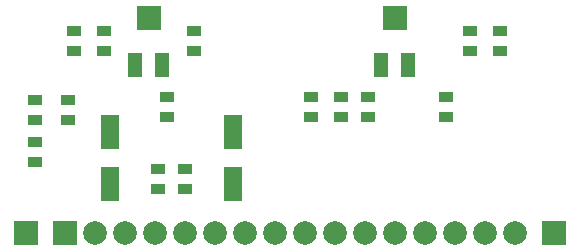
<source format=gbs>
%FSLAX34Y34*%
G04 Gerber Fmt 3.4, Leading zero omitted, Abs format*
G04 (created by PCBNEW (2013-12-24 BZR 4575)-product) date 2014-01-25 4:15:43 PM*
%MOIN*%
G01*
G70*
G90*
G04 APERTURE LIST*
%ADD10C,0.005906*%
%ADD11R,0.078700X0.078700*%
%ADD12R,0.051200X0.078700*%
%ADD13R,0.062900X0.118100*%
%ADD14C,0.078700*%
%ADD15R,0.045000X0.032000*%
G04 APERTURE END LIST*
G54D10*
G54D11*
X53100Y-46713D03*
G54D12*
X53553Y-48287D03*
X52647Y-48287D03*
G54D11*
X44900Y-46713D03*
G54D12*
X45353Y-48287D03*
X44447Y-48287D03*
G54D13*
X47700Y-50534D03*
X47700Y-52266D03*
X43600Y-52266D03*
X43600Y-50534D03*
G54D11*
X40800Y-53900D03*
X58400Y-53900D03*
X42100Y-53900D03*
G54D14*
X43100Y-53900D03*
X44100Y-53900D03*
X45100Y-53900D03*
X46100Y-53900D03*
X47100Y-53900D03*
X48100Y-53900D03*
X49100Y-53900D03*
X50100Y-53900D03*
X51100Y-53900D03*
X52100Y-53900D03*
X53100Y-53900D03*
X54100Y-53900D03*
X55100Y-53900D03*
X56100Y-53900D03*
X57100Y-53900D03*
G54D15*
X52200Y-50035D03*
X52200Y-49365D03*
X51300Y-49365D03*
X51300Y-50035D03*
X45500Y-49365D03*
X45500Y-50035D03*
X41100Y-50135D03*
X41100Y-49465D03*
X56600Y-47165D03*
X56600Y-47835D03*
X46400Y-47835D03*
X46400Y-47165D03*
X55600Y-47165D03*
X55600Y-47835D03*
X46100Y-52435D03*
X46100Y-51765D03*
X45200Y-52435D03*
X45200Y-51765D03*
X42400Y-47835D03*
X42400Y-47165D03*
X50300Y-50035D03*
X50300Y-49365D03*
X41100Y-50865D03*
X41100Y-51535D03*
X54800Y-49365D03*
X54800Y-50035D03*
X42200Y-49465D03*
X42200Y-50135D03*
X43400Y-47165D03*
X43400Y-47835D03*
M02*

</source>
